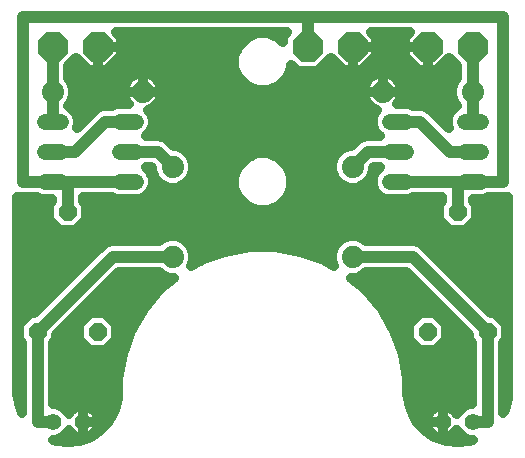
<source format=gbl>
G75*
G70*
%OFA0B0*%
%FSLAX24Y24*%
%IPPOS*%
%LPD*%
%AMOC8*
5,1,8,0,0,1.08239X$1,22.5*
%
%ADD10C,0.0520*%
%ADD11C,0.0740*%
%ADD12OC8,0.1000*%
%ADD13OC8,0.0600*%
%ADD14C,0.0551*%
%ADD15C,0.0400*%
%ADD16C,0.0320*%
D10*
X005594Y014453D02*
X006114Y014453D01*
X006114Y015453D02*
X005594Y015453D01*
X005594Y016453D02*
X006114Y016453D01*
X008094Y016453D02*
X008614Y016453D01*
X008614Y015453D02*
X008094Y015453D01*
X008094Y014453D02*
X008614Y014453D01*
X017094Y014453D02*
X017614Y014453D01*
X017614Y015453D02*
X017094Y015453D01*
X017094Y016453D02*
X017614Y016453D01*
X019594Y016453D02*
X020114Y016453D01*
X020114Y015453D02*
X019594Y015453D01*
X019594Y014453D02*
X020114Y014453D01*
D11*
X019854Y017453D03*
X016854Y017453D03*
X015854Y014953D03*
X015854Y011953D03*
X009854Y011953D03*
X009854Y014953D03*
X008854Y017453D03*
X005854Y017453D03*
D12*
X005854Y018953D03*
X007354Y018953D03*
X014354Y018953D03*
X015854Y018953D03*
X018354Y018953D03*
X019854Y018953D03*
D13*
X019354Y013453D03*
X018354Y009453D03*
X020354Y009453D03*
X007354Y009453D03*
X005354Y009453D03*
X006354Y013453D03*
D14*
X005854Y006453D03*
X006854Y006453D03*
X018854Y006453D03*
X019854Y006453D03*
D15*
X020354Y006453D01*
X020354Y009453D01*
X017854Y011953D01*
X015854Y011953D01*
X017354Y014453D02*
X019354Y014453D01*
X019354Y013453D01*
X019854Y014453D02*
X020854Y014453D01*
X020854Y019953D01*
X014354Y019953D01*
X004854Y019953D01*
X004854Y014453D01*
X005854Y014453D01*
X006354Y014453D02*
X006354Y013453D01*
X006354Y014453D02*
X008354Y014453D01*
X008354Y015453D02*
X009354Y015453D01*
X009854Y014953D01*
X008354Y016453D02*
X007604Y016453D01*
X006604Y015453D01*
X005854Y015453D01*
X005854Y016453D02*
X005854Y017453D01*
X005854Y018953D01*
X007854Y011953D02*
X005354Y009453D01*
X005354Y006453D01*
X005854Y006453D01*
X007854Y011953D02*
X009854Y011953D01*
X015854Y014953D02*
X016354Y015453D01*
X017354Y015453D01*
X017354Y016453D02*
X018104Y016453D01*
X019104Y015453D01*
X019854Y015453D01*
X019854Y016453D02*
X019854Y017453D01*
X019854Y018953D01*
X014354Y018953D02*
X014354Y019953D01*
D16*
X005972Y005857D02*
X005858Y005857D01*
X005952Y005821D01*
X006354Y005773D01*
X006756Y005821D01*
X007135Y005965D01*
X007468Y006195D01*
X007737Y006498D01*
X007925Y006857D01*
X008022Y007250D01*
X008034Y007452D01*
X008034Y007453D01*
X008034Y007504D01*
X008034Y007516D01*
X008034Y007874D01*
X008034Y007874D01*
X008181Y008705D01*
X008181Y008705D01*
X008469Y009497D01*
X008469Y009497D01*
X008891Y010228D01*
X008891Y010228D01*
X009433Y010874D01*
X009433Y010874D01*
X009433Y010874D01*
X009896Y011263D01*
X009717Y011263D01*
X009463Y011368D01*
X009398Y011433D01*
X008069Y011433D01*
X005974Y009337D01*
X005974Y009196D01*
X005874Y009096D01*
X005874Y007048D01*
X005972Y007048D01*
X006191Y006957D01*
X006359Y006790D01*
X006388Y006719D01*
X006396Y006733D01*
X006445Y006801D01*
X006505Y006861D01*
X006573Y006911D01*
X006648Y006949D01*
X006729Y006975D01*
X006812Y006988D01*
X006854Y006988D01*
X006854Y006453D01*
X006854Y006453D01*
X006854Y006988D01*
X006896Y006988D01*
X006979Y006975D01*
X007060Y006949D01*
X007135Y006911D01*
X007203Y006861D01*
X007263Y006801D01*
X007312Y006733D01*
X007350Y006658D01*
X007376Y006578D01*
X007390Y006495D01*
X007390Y006453D01*
X006854Y006453D01*
X006854Y006452D01*
X006854Y005917D01*
X006896Y005917D01*
X006979Y005930D01*
X007060Y005956D01*
X007135Y005995D01*
X007203Y006044D01*
X007263Y006104D01*
X007312Y006172D01*
X007350Y006247D01*
X007376Y006327D01*
X007390Y006410D01*
X007390Y006452D01*
X006854Y006452D01*
X006854Y006452D01*
X006854Y005917D01*
X006812Y005917D01*
X006729Y005930D01*
X006648Y005956D01*
X006573Y005995D01*
X006505Y006044D01*
X006445Y006104D01*
X006396Y006172D01*
X006388Y006187D01*
X006359Y006115D01*
X006191Y005948D01*
X005972Y005857D01*
X006333Y006090D02*
X006459Y006090D01*
X006854Y006090D02*
X006854Y006090D01*
X007249Y006090D02*
X007315Y006090D01*
X007389Y006408D02*
X007657Y006408D01*
X007857Y006727D02*
X007315Y006727D01*
X006854Y006727D02*
X006854Y006727D01*
X006854Y006408D02*
X006854Y006408D01*
X006393Y006727D02*
X006385Y006727D01*
X005979Y007045D02*
X007971Y007045D01*
X008029Y007364D02*
X005874Y007364D01*
X005874Y007682D02*
X008034Y007682D01*
X008056Y008001D02*
X005874Y008001D01*
X005874Y008319D02*
X008113Y008319D01*
X008169Y008638D02*
X005874Y008638D01*
X005874Y008957D02*
X006973Y008957D01*
X007097Y008833D02*
X006734Y009196D01*
X006734Y009709D01*
X007097Y010073D01*
X007611Y010073D01*
X007974Y009709D01*
X007974Y009196D01*
X007611Y008833D01*
X007097Y008833D01*
X006734Y009275D02*
X005974Y009275D01*
X006230Y009594D02*
X006734Y009594D01*
X006549Y009912D02*
X006937Y009912D01*
X006868Y010231D02*
X008893Y010231D01*
X008708Y009912D02*
X007771Y009912D01*
X007974Y009594D02*
X008525Y009594D01*
X008388Y009275D02*
X007974Y009275D01*
X007735Y008957D02*
X008272Y008957D01*
X009160Y010549D02*
X007186Y010549D01*
X007505Y010868D02*
X009428Y010868D01*
X009805Y011186D02*
X007823Y011186D01*
X006990Y011823D02*
X004674Y011823D01*
X004674Y012142D02*
X007308Y012142D01*
X007559Y012393D02*
X005239Y010073D01*
X005097Y010073D01*
X004734Y009709D01*
X004734Y009196D01*
X004834Y009096D01*
X004834Y006760D01*
X004783Y006857D01*
X004686Y007250D01*
X004674Y007453D01*
X004674Y007516D01*
X004674Y013964D01*
X004751Y013933D01*
X005334Y013933D01*
X005479Y013873D01*
X005834Y013873D01*
X005834Y013809D01*
X005734Y013709D01*
X005734Y013196D01*
X006097Y012833D01*
X006611Y012833D01*
X006974Y013196D01*
X006974Y013709D01*
X006874Y013809D01*
X006874Y013933D01*
X007834Y013933D01*
X007979Y013873D01*
X008729Y013873D01*
X008943Y013961D01*
X009106Y014124D01*
X009194Y014337D01*
X009194Y014568D01*
X009106Y014781D01*
X008954Y014933D01*
X009139Y014933D01*
X009164Y014907D01*
X009164Y014815D01*
X009269Y014562D01*
X009463Y014368D01*
X009717Y014263D01*
X009991Y014263D01*
X010245Y014368D01*
X010439Y014562D01*
X010544Y014815D01*
X010544Y015090D01*
X010439Y015343D01*
X010245Y015538D01*
X009991Y015643D01*
X009899Y015643D01*
X009649Y015893D01*
X009457Y015973D01*
X009251Y015973D01*
X008954Y015973D01*
X009106Y016124D01*
X009194Y016337D01*
X009194Y016568D01*
X009106Y016781D01*
X009037Y016850D01*
X009096Y016869D01*
X009184Y016914D01*
X009264Y016972D01*
X009335Y017042D01*
X009393Y017122D01*
X009438Y017211D01*
X009468Y017305D01*
X009484Y017403D01*
X009484Y017452D01*
X008854Y017452D01*
X008854Y017453D01*
X008854Y017453D01*
X008854Y018083D01*
X008904Y018083D01*
X009002Y018067D01*
X009096Y018036D01*
X009184Y017991D01*
X009264Y017933D01*
X009335Y017863D01*
X009393Y017783D01*
X009438Y017694D01*
X009468Y017600D01*
X009484Y017502D01*
X009484Y017453D01*
X008854Y017453D01*
X008854Y018083D01*
X008804Y018083D01*
X008706Y018067D01*
X008612Y018036D01*
X008524Y017991D01*
X008444Y017933D01*
X008373Y017863D01*
X008315Y017783D01*
X008270Y017694D01*
X008240Y017600D01*
X008224Y017502D01*
X008224Y017453D01*
X008854Y017453D01*
X008854Y017452D01*
X008224Y017452D01*
X008224Y017403D01*
X008240Y017305D01*
X008270Y017211D01*
X008315Y017122D01*
X008373Y017042D01*
X008383Y017033D01*
X007979Y017033D01*
X007834Y016973D01*
X007501Y016973D01*
X007309Y016893D01*
X007163Y016747D01*
X006652Y016236D01*
X006694Y016337D01*
X006694Y016568D01*
X006606Y016781D01*
X006443Y016944D01*
X006374Y016973D01*
X006374Y016997D01*
X006439Y017062D01*
X006544Y017315D01*
X006544Y017590D01*
X006439Y017843D01*
X006374Y017908D01*
X006374Y018313D01*
X006646Y018585D01*
X007039Y018193D01*
X007354Y018193D01*
X007669Y018193D01*
X008114Y018638D01*
X008114Y018952D01*
X007354Y018952D01*
X007354Y018193D01*
X007354Y018952D01*
X007354Y018952D01*
X007354Y018953D01*
X008114Y018953D01*
X008114Y019267D01*
X007949Y019433D01*
X013674Y019433D01*
X013534Y019292D01*
X013534Y019116D01*
X013392Y019258D01*
X013043Y019402D01*
X012665Y019402D01*
X012316Y019258D01*
X012049Y018991D01*
X011904Y018642D01*
X011904Y018264D01*
X012049Y017914D01*
X012316Y017647D01*
X012665Y017503D01*
X013043Y017503D01*
X013392Y017647D01*
X013659Y017914D01*
X013804Y018264D01*
X013804Y018343D01*
X014014Y018133D01*
X014694Y018133D01*
X015146Y018585D01*
X015539Y018193D01*
X015854Y018193D01*
X016169Y018193D01*
X016614Y018638D01*
X016614Y018952D01*
X015854Y018952D01*
X015854Y018952D01*
X015854Y018193D01*
X015854Y018952D01*
X015854Y018953D01*
X016614Y018953D01*
X016614Y019267D01*
X016449Y019433D01*
X017759Y019433D01*
X017594Y019267D01*
X017594Y018953D01*
X018354Y018953D01*
X018354Y018952D01*
X018354Y018193D01*
X018669Y018193D01*
X019062Y018585D01*
X019334Y018313D01*
X019334Y017908D01*
X019269Y017843D01*
X019164Y017590D01*
X019164Y017315D01*
X019269Y017062D01*
X019334Y016997D01*
X019334Y016973D01*
X019265Y016944D01*
X019102Y016781D01*
X019014Y016568D01*
X019014Y016337D01*
X019056Y016236D01*
X018399Y016893D01*
X018207Y016973D01*
X018001Y016973D01*
X017874Y016973D01*
X017729Y017033D01*
X017325Y017033D01*
X017335Y017042D01*
X017393Y017122D01*
X017438Y017211D01*
X017468Y017305D01*
X017484Y017403D01*
X017484Y017452D01*
X016854Y017452D01*
X016854Y017453D01*
X016854Y017453D01*
X016854Y018083D01*
X016904Y018083D01*
X017002Y018067D01*
X017096Y018036D01*
X017184Y017991D01*
X017264Y017933D01*
X017335Y017863D01*
X017393Y017783D01*
X017438Y017694D01*
X017468Y017600D01*
X017484Y017502D01*
X017484Y017453D01*
X016854Y017453D01*
X016854Y018083D01*
X016804Y018083D01*
X016706Y018067D01*
X016612Y018036D01*
X016524Y017991D01*
X016444Y017933D01*
X016373Y017863D01*
X016315Y017783D01*
X016270Y017694D01*
X016240Y017600D01*
X016224Y017502D01*
X016224Y017453D01*
X016854Y017453D01*
X016854Y017452D01*
X016224Y017452D01*
X016224Y017403D01*
X016240Y017305D01*
X016270Y017211D01*
X016315Y017122D01*
X016373Y017042D01*
X016444Y016972D01*
X016524Y016914D01*
X016612Y016869D01*
X016671Y016850D01*
X016602Y016781D01*
X016514Y016568D01*
X016514Y016337D01*
X016602Y016124D01*
X016754Y015973D01*
X016457Y015973D01*
X016251Y015973D01*
X016059Y015893D01*
X015809Y015643D01*
X015717Y015643D01*
X015463Y015538D01*
X015269Y015343D01*
X015164Y015090D01*
X015164Y014815D01*
X015269Y014562D01*
X015463Y014368D01*
X015717Y014263D01*
X015991Y014263D01*
X016245Y014368D01*
X016439Y014562D01*
X016544Y014815D01*
X016544Y014907D01*
X016569Y014933D01*
X016754Y014933D01*
X016602Y014781D01*
X016514Y014568D01*
X016514Y014337D01*
X016602Y014124D01*
X016765Y013961D01*
X016979Y013873D01*
X017729Y013873D01*
X017874Y013933D01*
X018834Y013933D01*
X018834Y013809D01*
X018734Y013709D01*
X018734Y013196D01*
X019097Y012833D01*
X019611Y012833D01*
X019974Y013196D01*
X019974Y013709D01*
X019874Y013809D01*
X019874Y013873D01*
X020229Y013873D01*
X020374Y013933D01*
X020957Y013933D01*
X021034Y013964D01*
X021034Y007516D01*
X021034Y007453D01*
X021022Y007250D01*
X020925Y006857D01*
X020874Y006760D01*
X020874Y009096D01*
X020974Y009196D01*
X020974Y009709D01*
X020611Y010073D01*
X020469Y010073D01*
X018149Y012393D01*
X017957Y012473D01*
X017751Y012473D01*
X016310Y012473D01*
X016245Y012538D01*
X015991Y012643D01*
X015717Y012643D01*
X015463Y012538D01*
X015269Y012343D01*
X015164Y012090D01*
X015164Y011815D01*
X015235Y011643D01*
X014899Y011838D01*
X014899Y011838D01*
X014106Y012126D01*
X013276Y012273D01*
X013276Y012273D01*
X012432Y012273D01*
X011602Y012126D01*
X011602Y012126D01*
X010809Y011838D01*
X010473Y011643D01*
X010544Y011815D01*
X010544Y012090D01*
X010439Y012343D01*
X010245Y012538D01*
X009991Y012643D01*
X009717Y012643D01*
X009463Y012538D01*
X009398Y012473D01*
X007957Y012473D01*
X007751Y012473D01*
X007559Y012393D01*
X007722Y012461D02*
X004674Y012461D01*
X004674Y012779D02*
X021034Y012779D01*
X021034Y012461D02*
X017986Y012461D01*
X018400Y012142D02*
X021034Y012142D01*
X021034Y011823D02*
X018718Y011823D01*
X019037Y011505D02*
X021034Y011505D01*
X021034Y011186D02*
X019356Y011186D01*
X019674Y010868D02*
X021034Y010868D01*
X021034Y010549D02*
X019993Y010549D01*
X020311Y010231D02*
X021034Y010231D01*
X021034Y009912D02*
X020771Y009912D01*
X020974Y009594D02*
X021034Y009594D01*
X021034Y009275D02*
X020974Y009275D01*
X021034Y008957D02*
X020874Y008957D01*
X020874Y008638D02*
X021034Y008638D01*
X021034Y008319D02*
X020874Y008319D01*
X020874Y008001D02*
X021034Y008001D01*
X021034Y007682D02*
X020874Y007682D01*
X020874Y007364D02*
X021029Y007364D01*
X020971Y007045D02*
X020874Y007045D01*
X019834Y007048D02*
X019736Y007048D01*
X019517Y006957D01*
X019349Y006790D01*
X019320Y006719D01*
X019312Y006733D01*
X019263Y006801D01*
X019203Y006861D01*
X019135Y006911D01*
X019060Y006949D01*
X018979Y006975D01*
X018896Y006988D01*
X018854Y006988D01*
X018854Y006453D01*
X018854Y006453D01*
X018854Y006988D01*
X018812Y006988D01*
X018729Y006975D01*
X018648Y006949D01*
X018573Y006911D01*
X018505Y006861D01*
X018445Y006801D01*
X018396Y006733D01*
X018358Y006658D01*
X018332Y006578D01*
X018318Y006495D01*
X018318Y006453D01*
X018854Y006453D01*
X018854Y006452D01*
X018854Y005917D01*
X018896Y005917D01*
X018979Y005930D01*
X019060Y005956D01*
X019135Y005995D01*
X019203Y006044D01*
X019263Y006104D01*
X019312Y006172D01*
X019320Y006187D01*
X019349Y006115D01*
X019517Y005948D01*
X019736Y005857D01*
X019850Y005857D01*
X019756Y005821D01*
X019354Y005773D01*
X018952Y005821D01*
X018573Y005965D01*
X018240Y006195D01*
X017971Y006498D01*
X017783Y006857D01*
X017686Y007250D01*
X017674Y007453D01*
X017674Y007516D01*
X017674Y007874D01*
X017674Y007874D01*
X017527Y008705D01*
X017239Y009497D01*
X017239Y009497D01*
X016817Y010228D01*
X016275Y010874D01*
X015812Y011263D01*
X015991Y011263D01*
X016245Y011368D01*
X016310Y011433D01*
X017639Y011433D01*
X019734Y009337D01*
X019734Y009196D01*
X019834Y009096D01*
X019834Y007048D01*
X019729Y007045D02*
X017737Y007045D01*
X017679Y007364D02*
X019834Y007364D01*
X019834Y007682D02*
X017674Y007682D01*
X017674Y007516D02*
X017674Y007516D01*
X017652Y008001D02*
X019834Y008001D01*
X019834Y008319D02*
X017595Y008319D01*
X017539Y008638D02*
X019834Y008638D01*
X019834Y008957D02*
X018735Y008957D01*
X018611Y008833D02*
X018974Y009196D01*
X018974Y009709D01*
X018611Y010073D01*
X018097Y010073D01*
X017734Y009709D01*
X017734Y009196D01*
X018097Y008833D01*
X018611Y008833D01*
X018974Y009275D02*
X019734Y009275D01*
X019478Y009594D02*
X018974Y009594D01*
X019159Y009912D02*
X018771Y009912D01*
X018840Y010231D02*
X016815Y010231D01*
X016817Y010228D02*
X016817Y010228D01*
X017000Y009912D02*
X017937Y009912D01*
X017734Y009594D02*
X017183Y009594D01*
X017320Y009275D02*
X017734Y009275D01*
X017973Y008957D02*
X017436Y008957D01*
X017527Y008705D02*
X017527Y008705D01*
X016548Y010549D02*
X018522Y010549D01*
X018203Y010868D02*
X016280Y010868D01*
X016275Y010874D02*
X016275Y010874D01*
X016275Y010874D01*
X015903Y011186D02*
X017885Y011186D01*
X018832Y013098D02*
X006876Y013098D01*
X006974Y013416D02*
X018734Y013416D01*
X018759Y013735D02*
X013480Y013735D01*
X013392Y013647D02*
X013659Y013914D01*
X013804Y014264D01*
X013804Y014642D01*
X013659Y014991D01*
X013392Y015258D01*
X013043Y015402D01*
X012665Y015402D01*
X012316Y015258D01*
X012049Y014991D01*
X011904Y014642D01*
X011904Y014264D01*
X012049Y013914D01*
X012316Y013647D01*
X012665Y013503D01*
X013043Y013503D01*
X013392Y013647D01*
X013717Y014053D02*
X016673Y014053D01*
X016514Y014372D02*
X016249Y014372D01*
X016492Y014690D02*
X016565Y014690D01*
X015459Y014372D02*
X013804Y014372D01*
X013784Y014690D02*
X015216Y014690D01*
X015164Y015009D02*
X013641Y015009D01*
X013224Y015327D02*
X015262Y015327D01*
X015812Y015646D02*
X009896Y015646D01*
X009477Y015965D02*
X016231Y015965D01*
X016536Y016283D02*
X009172Y016283D01*
X009180Y016602D02*
X016528Y016602D01*
X016515Y016920D02*
X009193Y016920D01*
X009447Y017239D02*
X016261Y017239D01*
X016233Y017557D02*
X013175Y017557D01*
X013621Y017876D02*
X016386Y017876D01*
X016171Y018194D02*
X018037Y018194D01*
X018039Y018193D02*
X018354Y018193D01*
X018354Y018952D01*
X018354Y018952D01*
X017594Y018952D01*
X017594Y018638D01*
X018039Y018193D01*
X018354Y018194D02*
X018354Y018194D01*
X018670Y018194D02*
X019334Y018194D01*
X019301Y017876D02*
X017322Y017876D01*
X017475Y017557D02*
X019164Y017557D01*
X019196Y017239D02*
X017447Y017239D01*
X016854Y017557D02*
X016854Y017557D01*
X016854Y017876D02*
X016854Y017876D01*
X016489Y018513D02*
X017719Y018513D01*
X017594Y018831D02*
X016614Y018831D01*
X016614Y019150D02*
X017594Y019150D01*
X018354Y018831D02*
X018354Y018831D01*
X018354Y018513D02*
X018354Y018513D01*
X018989Y018513D02*
X019134Y018513D01*
X019241Y016920D02*
X018334Y016920D01*
X018690Y016602D02*
X019028Y016602D01*
X019009Y016283D02*
X019036Y016283D01*
X019354Y014453D02*
X019854Y014453D01*
X019949Y013735D02*
X021034Y013735D01*
X021034Y013416D02*
X019974Y013416D01*
X019876Y013098D02*
X021034Y013098D01*
X015386Y012461D02*
X010322Y012461D01*
X010522Y012142D02*
X011692Y012142D01*
X012432Y012273D02*
X012432Y012273D01*
X010809Y011838D02*
X010809Y011838D01*
X010785Y011823D02*
X010544Y011823D01*
X012228Y013735D02*
X006949Y013735D01*
X006354Y014453D02*
X005854Y014453D01*
X005759Y013735D02*
X004674Y013735D01*
X004674Y013416D02*
X005734Y013416D01*
X005832Y013098D02*
X004674Y013098D01*
X004674Y011505D02*
X006671Y011505D01*
X006352Y011186D02*
X004674Y011186D01*
X004674Y010868D02*
X006034Y010868D01*
X005715Y010549D02*
X004674Y010549D01*
X004674Y010231D02*
X005397Y010231D01*
X004937Y009912D02*
X004674Y009912D01*
X004674Y009594D02*
X004734Y009594D01*
X004734Y009275D02*
X004674Y009275D01*
X004674Y008957D02*
X004834Y008957D01*
X004834Y008638D02*
X004674Y008638D01*
X004674Y008319D02*
X004834Y008319D01*
X004834Y008001D02*
X004674Y008001D01*
X004674Y007682D02*
X004834Y007682D01*
X004834Y007364D02*
X004679Y007364D01*
X004737Y007045D02*
X004834Y007045D01*
X009035Y014053D02*
X011991Y014053D01*
X011904Y014372D02*
X010249Y014372D01*
X010492Y014690D02*
X011924Y014690D01*
X012067Y015009D02*
X010544Y015009D01*
X010446Y015327D02*
X012484Y015327D01*
X012533Y017557D02*
X009475Y017557D01*
X009322Y017876D02*
X012087Y017876D01*
X011933Y018194D02*
X007671Y018194D01*
X007354Y018194D02*
X007354Y018194D01*
X007037Y018194D02*
X006374Y018194D01*
X006407Y017876D02*
X008386Y017876D01*
X008233Y017557D02*
X006544Y017557D01*
X006512Y017239D02*
X008261Y017239D01*
X008854Y017557D02*
X008854Y017557D01*
X008854Y017876D02*
X008854Y017876D01*
X007989Y018513D02*
X011904Y018513D01*
X011983Y018831D02*
X008114Y018831D01*
X008114Y019150D02*
X012208Y019150D01*
X013500Y019150D02*
X013534Y019150D01*
X013775Y018194D02*
X013953Y018194D01*
X014755Y018194D02*
X015537Y018194D01*
X015854Y018194D02*
X015854Y018194D01*
X015854Y018513D02*
X015854Y018513D01*
X015854Y018831D02*
X015854Y018831D01*
X015219Y018513D02*
X015074Y018513D01*
X009459Y014372D02*
X009194Y014372D01*
X009216Y014690D02*
X009143Y014690D01*
X007018Y016602D02*
X006680Y016602D01*
X006672Y016283D02*
X006699Y016283D01*
X006467Y016920D02*
X007374Y016920D01*
X007354Y018513D02*
X007354Y018513D01*
X007354Y018831D02*
X007354Y018831D01*
X006719Y018513D02*
X006574Y018513D01*
X014016Y012142D02*
X015186Y012142D01*
X015164Y011823D02*
X014923Y011823D01*
X014106Y012126D02*
X014106Y012126D01*
X017851Y006727D02*
X018393Y006727D01*
X018318Y006452D02*
X018318Y006410D01*
X018332Y006327D01*
X018358Y006247D01*
X018396Y006172D01*
X018445Y006104D01*
X018505Y006044D01*
X018573Y005995D01*
X018648Y005956D01*
X018729Y005930D01*
X018812Y005917D01*
X018854Y005917D01*
X018854Y006452D01*
X018854Y006452D01*
X018318Y006452D01*
X018319Y006408D02*
X018051Y006408D01*
X018393Y006090D02*
X018459Y006090D01*
X018854Y006090D02*
X018854Y006090D01*
X019249Y006090D02*
X019375Y006090D01*
X018854Y006408D02*
X018854Y006408D01*
X018854Y006727D02*
X018854Y006727D01*
X019315Y006727D02*
X019323Y006727D01*
M02*

</source>
